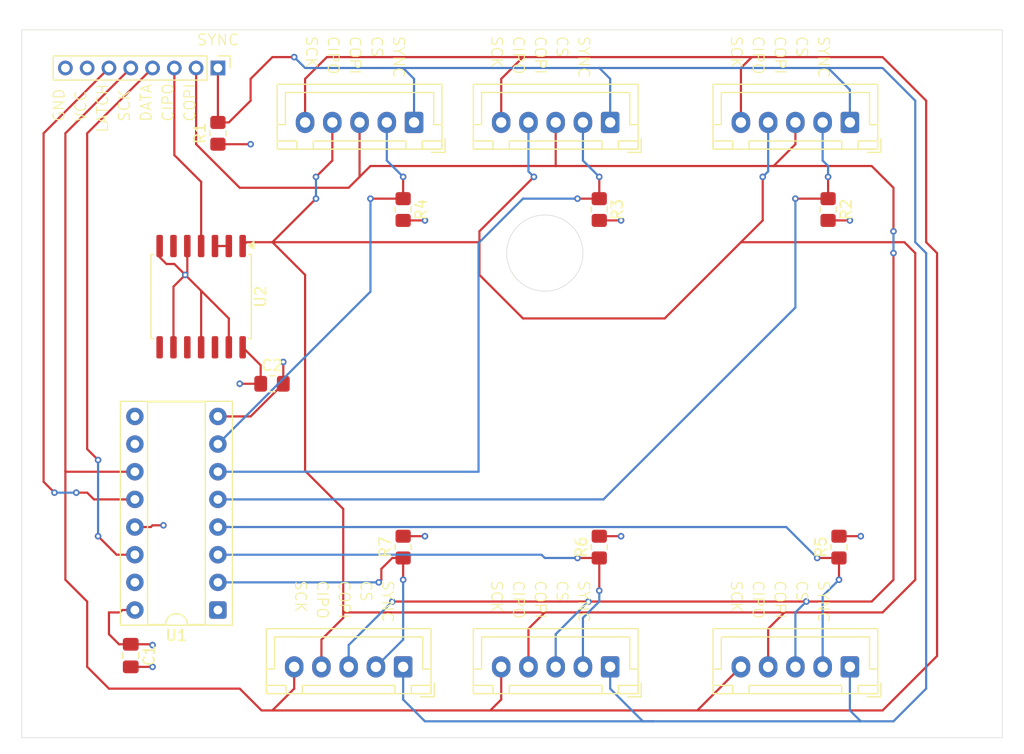
<source format=kicad_pcb>
(kicad_pcb (version 20241229) (generator "pcbnew") (generator_version "9.0")
  (title_block (title "SPI Hub with Shift Register") (date "2025-07-16") (rev "0"))
  (layers (0 "F.Cu" signal) (4 "In1.Cu" signal) (6 "In2.Cu" signal) (2 "B.Cu" signal) (13 "F.Paste" user) (15 "B.Paste" user) (5 "F.SilkS" user "F.Silkscreen") (7 "B.SilkS" user "B.Silkscreen") (1 "F.Mask" user) (3 "B.Mask" user) (25 "Edge.Cuts" user))
  (net 0 "")
  (net 1 "GND")
  (net 2 "+3.3V")
  (net 3 "/copi")
  (net 4 "/cipo")
  (net 5 "/latch")
  (net 6 "/trigger")
  (net 7 "/sck")
  (net 8 "/data")
  (net 9 "/cipo_peripheral")
  (net 14 "Net-(U2-Pad2)")
  (net 16 "cs4")
  (net 17 "cs5")
  (net 18 "cs6")
  (net 19 "cs3")
  (net 20 "cs2")
  (net 21 "cs1")
  (footprint "Connector_JST:JST_XH_B5B-XH-A_1x05_P2.50mm_Vertical" (layer "F.Cu") (at 170 116 180)
    (property "Reference" "J5" (hide yes))
    (property "Value" "Right Front")
    (pad "1" thru_hole roundrect (at 0 0 180) (size 1.7 1.95) (drill 0.95) (layers "*.Cu" "*.Mask") (roundrect_rratio 0.147059) (net 6 "/trigger"))
    (pad "2" thru_hole oval (at 2.5 0 180) (size 1.7 1.95) (drill 0.95) (layers "*.Cu" "*.Mask") (net 19 "cs3"))
    (pad "3" thru_hole oval (at 5 0 180) (size 1.7 1.95) (drill 0.95) (layers "*.Cu" "*.Mask") (net 3 "/copi"))
    (pad "4" thru_hole oval (at 7.5 0 180) (size 1.7 1.95) (drill 0.95) (layers "*.Cu" "*.Mask") (net 9 "/cipo_peripheral"))
    (pad "5" thru_hole oval (at 10 0 180) (size 1.7 1.95) (drill 0.95) (layers "*.Cu" "*.Mask") (net 7 "/sck"))
  )
  (footprint "Connector_JST:JST_XH_B5B-XH-A_1x05_P2.50mm_Vertical" (layer "F.Cu") (at 148 66 180)
    (property "Reference" "J3" (hide yes))
    (property "Value" "Left Center")
    (pad "1" thru_hole roundrect (at 0 0 180) (size 1.7 1.95) (drill 0.95) (layers "*.Cu" "*.Mask") (roundrect_rratio 0.147059) (net 6 "/trigger"))
    (pad "2" thru_hole oval (at 2.5 0 180) (size 1.7 1.95) (drill 0.95) (layers "*.Cu" "*.Mask") (net 17 "cs5"))
    (pad "3" thru_hole oval (at 5 0 180) (size 1.7 1.95) (drill 0.95) (layers "*.Cu" "*.Mask") (net 3 "/copi"))
    (pad "4" thru_hole oval (at 7.5 0 180) (size 1.7 1.95) (drill 0.95) (layers "*.Cu" "*.Mask") (net 9 "/cipo_peripheral"))
    (pad "5" thru_hole oval (at 10 0 180) (size 1.7 1.95) (drill 0.95) (layers "*.Cu" "*.Mask") (net 7 "/sck"))
  )
  (footprint "Connector_JST:JST_XH_B5B-XH-A_1x05_P2.50mm_Vertical" (layer "F.Cu") (at 129 116 180)
    (property "Reference" "J7" (hide yes))
    (property "Value" "Right Rear")
    (pad "1" thru_hole roundrect (at 0 0 180) (size 1.7 1.95) (drill 0.95) (layers "*.Cu" "*.Mask") (roundrect_rratio 0.147059) (net 6 "/trigger"))
    (pad "2" thru_hole oval (at 2.5 0 180) (size 1.7 1.95) (drill 0.95) (layers "*.Cu" "*.Mask") (net 21 "cs1"))
    (pad "3" thru_hole oval (at 5 0 180) (size 1.7 1.95) (drill 0.95) (layers "*.Cu" "*.Mask") (net 3 "/copi"))
    (pad "4" thru_hole oval (at 7.5 0 180) (size 1.7 1.95) (drill 0.95) (layers "*.Cu" "*.Mask") (net 9 "/cipo_peripheral"))
    (pad "5" thru_hole oval (at 10 0 180) (size 1.7 1.95) (drill 0.95) (layers "*.Cu" "*.Mask") (net 7 "/sck"))
  )
  (footprint "Connector_JST:JST_XH_B5B-XH-A_1x05_P2.50mm_Vertical" (layer "F.Cu") (at 170 66 180)
    (property "Reference" "J2" (hide yes))
    (property "Value" "Left Front")
    (pad "1" thru_hole roundrect (at 0 0 180) (size 1.7 1.95) (drill 0.95) (layers "*.Cu" "*.Mask") (roundrect_rratio 0.147059) (net 6 "/trigger"))
    (pad "2" thru_hole oval (at 2.5 0 180) (size 1.7 1.95) (drill 0.95) (layers "*.Cu" "*.Mask") (net 16 "cs4"))
    (pad "3" thru_hole oval (at 5 0 180) (size 1.7 1.95) (drill 0.95) (layers "*.Cu" "*.Mask") (net 3 "/copi"))
    (pad "4" thru_hole oval (at 7.5 0 180) (size 1.7 1.95) (drill 0.95) (layers "*.Cu" "*.Mask") (net 9 "/cipo_peripheral"))
    (pad "5" thru_hole oval (at 10 0 180) (size 1.7 1.95) (drill 0.95) (layers "*.Cu" "*.Mask") (net 7 "/sck"))
  )
  (footprint "Connector_PinHeader_2.00mm:PinHeader_1x08_P2.00mm_Vertical" (layer "F.Cu") (at 112 61 -90)
    (property "Reference" "J1" (hide yes))
    (property "Value" "Conn_01x08_Pin")
    (pad "1" thru_hole rect (at 0 0 270) (size 1.35 1.35) (drill 0.8) (layers "*.Cu" "*.Mask") (net 6 "/trigger"))
    (pad "2" thru_hole circle (at 0 2 270) (size 1.35 1.35) (drill 0.8) (layers "*.Cu" "*.Mask") (net 3 "/copi"))
    (pad "3" thru_hole circle (at 0 4 270) (size 1.35 1.35) (drill 0.8) (layers "*.Cu" "*.Mask") (net 4 "/cipo"))
    (pad "4" thru_hole circle (at 0 6 270) (size 1.35 1.35) (drill 0.8) (layers "*.Cu" "*.Mask") (net 8 "/data"))
    (pad "5" thru_hole circle (at 0 8 270) (size 1.35 1.35) (drill 0.8) (layers "*.Cu" "*.Mask") (net 7 "/sck"))
    (pad "6" thru_hole circle (at 0 10 270) (size 1.35 1.35) (drill 0.8) (layers "*.Cu" "*.Mask") (net 5 "/latch"))
    (pad "7" thru_hole circle (at 0 12 270) (size 1.35 1.35) (drill 0.8) (layers "*.Cu" "*.Mask") (net 2 "+3.3V"))
    (pad "8" thru_hole circle (at 0 14 270) (size 1.35 1.35) (drill 0.8) (layers "*.Cu" "*.Mask") (net 1 "GND"))
  )
  (footprint "Resistor_SMD:R_0805_2012Metric_Pad1.20x1.40mm_HandSolder" (layer "F.Cu") (at 169 105 90)
    (property "Reference" "R5" (at 0 -1.65 90) (layer "F.SilkS"))
    (property "Value" "10k")
    (pad "1" smd roundrect (at -1 0 90) (size 1.2 1.4) (layers "F.Cu" "F.Mask" "F.Paste") (roundrect_rratio 0.208333) (net 19 "cs3"))
    (pad "2" smd roundrect (at 1 0 90) (size 1.2 1.4) (layers "F.Cu" "F.Mask" "F.Paste") (roundrect_rratio 0.208333) (net 2 "+3.3V"))
  )
  (footprint "Resistor_SMD:R_0805_2012Metric_Pad1.20x1.40mm_HandSolder" (layer "F.Cu") (at 147 74 -90)
    (property "Reference" "R3" (at 0 -1.65 90) (layer "F.SilkS"))
    (property "Value" "10k")
    (pad "1" smd roundrect (at -1 0 270) (size 1.2 1.4) (layers "F.Cu" "F.Mask" "F.Paste") (roundrect_rratio 0.208333) (net 17 "cs5"))
    (pad "2" smd roundrect (at 1 0 270) (size 1.2 1.4) (layers "F.Cu" "F.Mask" "F.Paste") (roundrect_rratio 0.208333) (net 2 "+3.3V"))
  )
  (footprint "Resistor_SMD:R_0805_2012Metric_Pad1.20x1.40mm_HandSolder" (layer "F.Cu") (at 129 74 -90)
    (property "Reference" "R4" (at 0 -1.65 90) (layer "F.SilkS"))
    (property "Value" "10k")
    (pad "1" smd roundrect (at -1 0 270) (size 1.2 1.4) (layers "F.Cu" "F.Mask" "F.Paste") (roundrect_rratio 0.208333) (net 18 "cs6"))
    (pad "2" smd roundrect (at 1 0 270) (size 1.2 1.4) (layers "F.Cu" "F.Mask" "F.Paste") (roundrect_rratio 0.208333) (net 2 "+3.3V"))
  )
  (footprint "Capacitor_SMD:C_0805_2012Metric_Pad1.18x1.45mm_HandSolder" (layer "F.Cu") (at 104 114.9625 -90)
    (property "Reference" "C1" (at 0 -1.68 90) (layer "F.SilkS"))
    (property "Value" "0.1 uF")
    (pad "1" smd roundrect (at -1.0375 0 270) (size 1.175 1.45) (layers "F.Cu" "F.Mask" "F.Paste") (roundrect_rratio 0.212766) (net 2 "+3.3V"))
    (pad "2" smd roundrect (at 1.0375 0 270) (size 1.175 1.45) (layers "F.Cu" "F.Mask" "F.Paste") (roundrect_rratio 0.212766) (net 1 "GND"))
  )
  (footprint "Connector_JST:JST_XH_B5B-XH-A_1x05_P2.50mm_Vertical" (layer "F.Cu") (at 130 66 180)
    (property "Reference" "J4" (hide yes))
    (property "Value" "Left Rear")
    (pad "1" thru_hole roundrect (at 0 0 180) (size 1.7 1.95) (drill 0.95) (layers "*.Cu" "*.Mask") (roundrect_rratio 0.147059) (net 6 "/trigger"))
    (pad "2" thru_hole oval (at 2.5 0 180) (size 1.7 1.95) (drill 0.95) (layers "*.Cu" "*.Mask") (net 18 "cs6"))
    (pad "3" thru_hole oval (at 5 0 180) (size 1.7 1.95) (drill 0.95) (layers "*.Cu" "*.Mask") (net 3 "/copi"))
    (pad "4" thru_hole oval (at 7.5 0 180) (size 1.7 1.95) (drill 0.95) (layers "*.Cu" "*.Mask") (net 9 "/cipo_peripheral"))
    (pad "5" thru_hole oval (at 10 0 180) (size 1.7 1.95) (drill 0.95) (layers "*.Cu" "*.Mask") (net 7 "/sck"))
  )
  (footprint "Resistor_SMD:R_0805_2012Metric_Pad1.20x1.40mm_HandSolder" (layer "F.Cu") (at 147 105 90)
    (property "Reference" "R6" (at 0 -1.65 90) (layer "F.SilkS"))
    (property "Value" "10k")
    (pad "1" smd roundrect (at -1 0 90) (size 1.2 1.4) (layers "F.Cu" "F.Mask" "F.Paste") (roundrect_rratio 0.208333) (net 20 "cs2"))
    (pad "2" smd roundrect (at 1 0 90) (size 1.2 1.4) (layers "F.Cu" "F.Mask" "F.Paste") (roundrect_rratio 0.208333) (net 2 "+3.3V"))
  )
  (footprint "Resistor_SMD:R_0805_2012Metric_Pad1.20x1.40mm_HandSolder" (layer "F.Cu") (at 129 105 90)
    (property "Reference" "R7" (at 0 -1.65 90) (layer "F.SilkS"))
    (property "Value" "10k")
    (pad "1" smd roundrect (at -1 0 90) (size 1.2 1.4) (layers "F.Cu" "F.Mask" "F.Paste") (roundrect_rratio 0.208333) (net 21 "cs1"))
    (pad "2" smd roundrect (at 1 0 90) (size 1.2 1.4) (layers "F.Cu" "F.Mask" "F.Paste") (roundrect_rratio 0.208333) (net 2 "+3.3V"))
  )
  (footprint "Package_DIP:DIP-16_W7.62mm_Socket" (layer "F.Cu") (at 112 110.78 180)
    (property "Reference" "U1" (at 3.81 -2.33 0) (layer "F.SilkS"))
    (property "Value" "74AHC595")
    (pad "1" thru_hole roundrect (at 0 0 180) (size 1.6 1.6) (drill 0.8) (layers "*.Cu" "*.Mask") (roundrect_rratio 0.15625))
    (pad "2" thru_hole circle (at 0 2.54 180) (size 1.6 1.6) (drill 0.8) (layers "*.Cu" "*.Mask") (net 21 "cs1"))
    (pad "3" thru_hole circle (at 0 5.08 180) (size 1.6 1.6) (drill 0.8) (layers "*.Cu" "*.Mask") (net 20 "cs2"))
    (pad "4" thru_hole circle (at 0 7.62 180) (size 1.6 1.6) (drill 0.8) (layers "*.Cu" "*.Mask") (net 19 "cs3"))
    (pad "5" thru_hole circle (at 0 10.16 180) (size 1.6 1.6) (drill 0.8) (layers "*.Cu" "*.Mask") (net 16 "cs4"))
    (pad "6" thru_hole circle (at 0 12.7 180) (size 1.6 1.6) (drill 0.8) (layers "*.Cu" "*.Mask") (net 17 "cs5"))
    (pad "7" thru_hole circle (at 0 15.24 180) (size 1.6 1.6) (drill 0.8) (layers "*.Cu" "*.Mask") (net 18 "cs6"))
    (pad "8" thru_hole circle (at 0 17.78 180) (size 1.6 1.6) (drill 0.8) (layers "*.Cu" "*.Mask") (net 1 "GND"))
    (pad "9" thru_hole circle (at 7.62 17.78 180) (size 1.6 1.6) (drill 0.8) (layers "*.Cu" "*.Mask"))
    (pad "10" thru_hole circle (at 7.62 15.24 180) (size 1.6 1.6) (drill 0.8) (layers "*.Cu" "*.Mask") (net 2 "+3.3V"))
    (pad "11" thru_hole circle (at 7.62 12.7 180) (size 1.6 1.6) (drill 0.8) (layers "*.Cu" "*.Mask") (net 7 "/sck"))
    (pad "12" thru_hole circle (at 7.62 10.16 180) (size 1.6 1.6) (drill 0.8) (layers "*.Cu" "*.Mask") (net 5 "/latch"))
    (pad "13" thru_hole circle (at 7.62 7.62 180) (size 1.6 1.6) (drill 0.8) (layers "*.Cu" "*.Mask") (net 1 "GND"))
    (pad "14" thru_hole circle (at 7.62 5.08 180) (size 1.6 1.6) (drill 0.8) (layers "*.Cu" "*.Mask") (net 8 "/data"))
    (pad "15" thru_hole circle (at 7.62 2.54 180) (size 1.6 1.6) (drill 0.8) (layers "*.Cu" "*.Mask"))
    (pad "16" thru_hole circle (at 7.62 0 180) (size 1.6 1.6) (drill 0.8) (layers "*.Cu" "*.Mask") (net 2 "+3.3V"))
  )
  (footprint "Resistor_SMD:R_0805_2012Metric_Pad1.20x1.40mm_HandSolder" (layer "F.Cu") (at 168 74 -90)
    (property "Reference" "R2" (at 0 -1.65 90) (layer "F.SilkS"))
    (property "Value" "10k")
    (pad "1" smd roundrect (at -1 0 270) (size 1.2 1.4) (layers "F.Cu" "F.Mask" "F.Paste") (roundrect_rratio 0.208333) (net 16 "cs4"))
    (pad "2" smd roundrect (at 1 0 270) (size 1.2 1.4) (layers "F.Cu" "F.Mask" "F.Paste") (roundrect_rratio 0.208333) (net 2 "+3.3V"))
  )
  (footprint "Package_SO:SOIC-14W_7.5x9mm_P1.27mm" (layer "F.Cu") (at 110.46 82 -90)
    (property "Reference" "U2" (at 0 -5.45 90) (layer "F.SilkS"))
    (property "Value" "74HC14")
    (pad "1" smd roundrect (at -4.65 -3.81 270) (size 2.05 0.6) (layers "F.Cu" "F.Mask" "F.Paste") (net 9 "/cipo_peripheral"))
    (pad "2" smd roundrect (at -4.65 -2.54 270) (size 2.05 0.6) (layers "F.Cu" "F.Mask" "F.Paste") (net 14 "Net-(U2-Pad2)"))
    (pad "3" smd roundrect (at -4.65 -1.27 270) (size 2.05 0.6) (layers "F.Cu" "F.Mask" "F.Paste") (net 14 "Net-(U2-Pad2)"))
    (pad "4" smd roundrect (at -4.65 0 270) (size 2.05 0.6) (layers "F.Cu" "F.Mask" "F.Paste") (net 4 "/cipo"))
    (pad "5" smd roundrect (at -4.65 1.27 270) (size 2.05 0.6) (layers "F.Cu" "F.Mask" "F.Paste") (net 1 "GND"))
    (pad "6" smd roundrect (at -4.65 2.54 270) (size 2.05 0.6) (layers "F.Cu" "F.Mask" "F.Paste"))
    (pad "7" smd roundrect (at -4.65 3.81 270) (size 2.05 0.6) (layers "F.Cu" "F.Mask" "F.Paste") (net 1 "GND"))
    (pad "8" smd roundrect (at 4.65 3.81 270) (size 2.05 0.6) (layers "F.Cu" "F.Mask" "F.Paste"))
    (pad "9" smd roundrect (at 4.65 2.54 270) (size 2.05 0.6) (layers "F.Cu" "F.Mask" "F.Paste") (net 1 "GND"))
    (pad "10" smd roundrect (at 4.65 1.27 270) (size 2.05 0.6) (layers "F.Cu" "F.Mask" "F.Paste"))
    (pad "11" smd roundrect (at 4.65 0 270) (size 2.05 0.6) (layers "F.Cu" "F.Mask" "F.Paste") (net 1 "GND"))
    (pad "12" smd roundrect (at 4.65 -1.27 270) (size 2.05 0.6) (layers "F.Cu" "F.Mask" "F.Paste"))
    (pad "13" smd roundrect (at 4.65 -2.54 270) (size 2.05 0.6) (layers "F.Cu" "F.Mask" "F.Paste") (net 1 "GND"))
    (pad "14" smd roundrect (at 4.65 -3.81 270) (size 2.05 0.6) (layers "F.Cu" "F.Mask" "F.Paste") (net 2 "+3.3V"))
  )
  (footprint "Connector_JST:JST_XH_B5B-XH-A_1x05_P2.50mm_Vertical" (layer "F.Cu") (at 148 116 180)
    (property "Reference" "J6" (hide yes))
    (property "Value" "Right Center")
    (pad "1" thru_hole roundrect (at 0 0 180) (size 1.7 1.95) (drill 0.95) (layers "*.Cu" "*.Mask") (roundrect_rratio 0.147059) (net 6 "/trigger"))
    (pad "2" thru_hole oval (at 2.5 0 180) (size 1.7 1.95) (drill 0.95) (layers "*.Cu" "*.Mask") (net 20 "cs2"))
    (pad "3" thru_hole oval (at 5 0 180) (size 1.7 1.95) (drill 0.95) (layers "*.Cu" "*.Mask") (net 3 "/copi"))
    (pad "4" thru_hole oval (at 7.5 0 180) (size 1.7 1.95) (drill 0.95) (layers "*.Cu" "*.Mask") (net 9 "/cipo_peripheral"))
    (pad "5" thru_hole oval (at 10 0 180) (size 1.7 1.95) (drill 0.95) (layers "*.Cu" "*.Mask") (net 7 "/sck"))
  )
  (footprint "Capacitor_SMD:C_0805_2012Metric_Pad1.18x1.45mm_HandSolder" (layer "F.Cu") (at 116.9625 90)
    (property "Reference" "C2" (at 0 -1.68 0) (layer "F.SilkS"))
    (property "Value" "0.1 uF")
    (pad "1" smd roundrect (at -1.0375 0) (size 1.175 1.45) (layers "F.Cu" "F.Mask" "F.Paste") (roundrect_rratio 0.212766) (net 2 "+3.3V"))
    (pad "2" smd roundrect (at 1.0375 0) (size 1.175 1.45) (layers "F.Cu" "F.Mask" "F.Paste") (roundrect_rratio 0.212766) (net 1 "GND"))
  )
  (footprint "Resistor_SMD:R_0805_2012Metric_Pad1.20x1.40mm_HandSolder" (layer "F.Cu") (at 112 67 90)
    (property "Reference" "R1" (at 0 -1.65 90) (layer "F.SilkS"))
    (property "Value" "10k")
    (pad "1" smd roundrect (at -1 0 90) (size 1.2 1.4) (layers "F.Cu" "F.Mask" "F.Paste") (roundrect_rratio 0.208333) (net 2 "+3.3V"))
    (pad "2" smd roundrect (at 1 0 90) (size 1.2 1.4) (layers "F.Cu" "F.Mask" "F.Paste") (roundrect_rratio 0.208333) (net 6 "/trigger"))
  )
  (gr_circle (center 142 78) (end 145.5 78) (stroke (width 0.05)) (fill no) (layer "Edge.Cuts"))
  (gr_rect (start 94 57.5) (end 184 122.5) (stroke (width 0.05)) (fill no) (layer "Edge.Cuts"))
  (gr_text "COPI" (at 124 58 270) (layer "F.SilkS") (effects (font (size 1 1) (thickness 0.1)) (justify left bottom)))
  (gr_text "SCK" (at 137 58 270) (layer "F.SilkS") (effects (font (size 1 1) (thickness 0.1)) (justify left bottom)))
  (gr_text "SYNC" (at 128 58 270) (layer "F.SilkS") (effects (font (size 1 1) (thickness 0.1)) (justify left bottom)))
  (gr_text "COPI" (at 123 108 270) (layer "F.SilkS") (effects (font (size 1 1) (thickness 0.1)) (justify left bottom)))
  (gr_text "CIPO" (at 161 108 270) (layer "F.SilkS") (effects (font (size 1 1) (thickness 0.1)) (justify left bottom)))
  (gr_text "CIPO" (at 121 108 270) (layer "F.SilkS") (effects (font (size 1 1) (thickness 0.1)) (justify left bottom)))
  (gr_text "SYNC" (at 145 58 270) (layer "F.SilkS") (effects (font (size 1 1) (thickness 0.1)) (justify left bottom)))
  (gr_text "DATA" (at 106 66 90) (layer "F.SilkS") (effects (font (size 1 1) (thickness 0.1)) (justify left bottom)))
  (gr_text "SCK" (at 119 108 270) (layer "F.SilkS") (effects (font (size 1 1) (thickness 0.1)) (justify left bottom)))
  (gr_text "CS" (at 165 108 270) (layer "F.SilkS") (effects (font (size 1 1) (thickness 0.1)) (justify left bottom)))
  (gr_text "SYNC" (at 167 108 270) (layer "F.SilkS") (effects (font (size 1 1) (thickness 0.1)) (justify left bottom)))
  (gr_text "VCC" (at 100 66 90) (layer "F.SilkS") (effects (font (size 1 1) (thickness 0.1)) (justify left bottom)))
  (gr_text "CIPO" (at 139 108 270) (layer "F.SilkS") (effects (font (size 1 1) (thickness 0.1)) (justify left bottom)))
  (gr_text "COPI" (at 141 58 270) (layer "F.SilkS") (effects (font (size 1 1) (thickness 0.1)) (justify left bottom)))
  (gr_text "CS" (at 125 108 270) (layer "F.SilkS") (effects (font (size 1 1) (thickness 0.1)) (justify left bottom)))
  (gr_text "LATCH" (at 102 67 90) (layer "F.SilkS") (effects (font (size 1 1) (thickness 0.1)) (justify left bottom)))
  (gr_text "SCK" (at 104 66 90) (layer "F.SilkS") (effects (font (size 1 1) (thickness 0.1)) (justify left bottom)))
  (gr_text "SCK" (at 159 108 270) (layer "F.SilkS") (effects (font (size 1 1) (thickness 0.1)) (justify left bottom)))
  (gr_text "CIPO" (at 108 66 90) (layer "F.SilkS") (effects (font (size 1 1) (thickness 0.1)) (justify left bottom)))
  (gr_text "CS" (at 143 58 270) (layer "F.SilkS") (effects (font (size 1 1) (thickness 0.1)) (justify left bottom)))
  (gr_text "CIPO" (at 122 58 270) (layer "F.SilkS") (effects (font (size 1 1) (thickness 0.1)) (justify left bottom)))
  (gr_text "SYNC" (at 167 58 270) (layer "F.SilkS") (effects (font (size 1 1) (thickness 0.1)) (justify left bottom)))
  (gr_text "SCK" (at 120 58 270) (layer "F.SilkS") (effects (font (size 1 1) (thickness 0.1)) (justify left bottom)))
  (gr_text "COPI" (at 141 108 270) (layer "F.SilkS") (effects (font (size 1 1) (thickness 0.1)) (justify left bottom)))
  (gr_text "CS" (at 143 108 270) (layer "F.SilkS") (effects (font (size 1 1) (thickness 0.1)) (justify left bottom)))
  (gr_text "CIPO" (at 139 58 270) (layer "F.SilkS") (effects (font (size 1 1) (thickness 0.1)) (justify left bottom)))
  (gr_text "SYNC" (at 127 108 270) (layer "F.SilkS") (effects (font (size 1 1) (thickness 0.1)) (justify left bottom)))
  (gr_text "COPI" (at 110 66 90) (layer "F.SilkS") (effects (font (size 1 1) (thickness 0.1)) (justify left bottom)))
  (gr_text "SYNC" (at 110 59 0) (layer "F.SilkS") (effects (font (size 1 1) (thickness 0.1)) (justify left bottom)))
  (gr_text "SCK" (at 137 108 270) (layer "F.SilkS") (effects (font (size 1 1) (thickness 0.1)) (justify left bottom)))
  (gr_text "CS" (at 126 58 270) (layer "F.SilkS") (effects (font (size 1 1) (thickness 0.1)) (justify left bottom)))
  (gr_text "SYNC" (at 145 108 270) (layer "F.SilkS") (effects (font (size 1 1) (thickness 0.1)) (justify left bottom)))
  (gr_text "CS" (at 165 58 270) (layer "F.SilkS") (effects (font (size 1 1) (thickness 0.1)) (justify left bottom)))
  (gr_text "CIPO" (at 161 58 270) (layer "F.SilkS") (effects (font (size 1 1) (thickness 0.1)) (justify left bottom)))
  (gr_text "SCK" (at 159 58 270) (layer "F.SilkS") (effects (font (size 1 1) (thickness 0.1)) (justify left bottom)))
  (gr_text "COPI" (at 163 58 270) (layer "F.SilkS") (effects (font (size 1 1) (thickness 0.1)) (justify left bottom)))
  (gr_text "COPI" (at 163 108 270) (layer "F.SilkS") (effects (font (size 1 1) (thickness 0.1)) (justify left bottom)))
  (gr_text "GND" (at 98 66 90) (layer "F.SilkS") (effects (font (size 1 1) (thickness 0.1)) (justify left bottom)))
  (segment (start 109 80) (end 109.19 79.81) (width 0.2) (layer "F.Cu") (net 1))
  (segment (start 106 103) (end 105.84 103.16) (width 0.2) (layer "F.Cu") (net 1))
  (segment (start 106.65 78.374999) (end 106.65 77.35) (width 0.2) (layer "F.Cu") (net 1))
  (segment (start 118 90) (end 115 93) (width 0.2) (layer "F.Cu") (net 1))
  (segment (start 107.92 81.08) (end 107.92 86.65) (width 0.2) (layer "F.Cu") (net 1))
  (segment (start 113 84) (end 110.46 81.46) (width 0.2) (layer "F.Cu") (net 1))
  (segment (start 109 80) (end 108 79) (width 0.2) (layer "F.Cu") (net 1))
  (segment (start 118 88) (end 118 90) (width 0.2) (layer "F.Cu") (net 1))
  (segment (start 109 80) (end 110.46 81.46) (width 0.2) (layer "F.Cu") (net 1))
  (segment (start 115 93) (end 112 93) (width 0.2) (layer "F.Cu") (net 1))
  (segment (start 106 116) (end 104 116) (width 0.2) (layer "F.Cu") (net 1))
  (segment (start 113 86.65) (end 113 84) (width 0.2) (layer "F.Cu") (net 1))
  (segment (start 109.19 79.81) (end 109.19 77.35) (width 0.2) (layer "F.Cu") (net 1))
  (segment (start 105.84 103.16) (end 104.38 103.16) (width 0.2) (layer "F.Cu") (net 1))
  (segment (start 107 103) (end 106 103) (width 0.2) (layer "F.Cu") (net 1))
  (segment (start 110.46 81.46) (end 110.46 86.65) (width 0.2) (layer "F.Cu") (net 1))
  (segment (start 108 79) (end 107.275001 79) (width 0.2) (layer "F.Cu") (net 1))
  (segment (start 109 80) (end 107.92 81.08) (width 0.2) (layer "F.Cu") (net 1))
  (segment (start 107.275001 79) (end 106.65 78.374999) (width 0.2) (layer "F.Cu") (net 1))
  (via (at 107 103) (size 0.6) (drill 0.3) (layers "F.Cu" "B.Cu") (net 1))
  (via (at 118 88) (size 0.6) (drill 0.3) (layers "F.Cu" "B.Cu") (net 1))
  (via (at 106 116) (size 0.6) (drill 0.3) (layers "F.Cu" "B.Cu") (net 1))
  (via (at 109 80) (size 0.6) (drill 0.3) (layers "F.Cu" "B.Cu") (net 1))
  (segment (start 147 75) (end 149 75) (width 0.2) (layer "F.Cu") (net 2))
  (segment (start 103.22 110.78) (end 104.38 110.78) (width 0.2) (layer "F.Cu") (net 2))
  (segment (start 115.925 88.305) (end 114.27 86.65) (width 0.2) (layer "F.Cu") (net 2))
  (segment (start 169 104) (end 171 104) (width 0.2) (layer "F.Cu") (net 2))
  (segment (start 147 104) (end 149 104) (width 0.2) (layer "F.Cu") (net 2))
  (segment (start 106 114) (end 105.925 113.925) (width 0.2) (layer "F.Cu") (net 2))
  (segment (start 102 111) (end 103 111) (width 0.2) (layer "F.Cu") (net 2))
  (segment (start 104 113.925) (end 102.925 113.925) (width 0.2) (layer "F.Cu") (net 2))
  (segment (start 129 75) (end 131 75) (width 0.2) (layer "F.Cu") (net 2))
  (segment (start 102.925 113.925) (end 102 113) (width 0.2) (layer "F.Cu") (net 2))
  (segment (start 114 90) (end 115.925 90) (width 0.2) (layer "F.Cu") (net 2))
  (segment (start 112 68) (end 115 68) (width 0.2) (layer "F.Cu") (net 2))
  (segment (start 115.925 90) (end 115.925 88.305) (width 0.2) (layer "F.Cu") (net 2))
  (segment (start 168 75) (end 170 75) (width 0.2) (layer "F.Cu") (net 2))
  (segment (start 103 111) (end 103.22 110.78) (width 0.2) (layer "F.Cu") (net 2))
  (segment (start 102 113) (end 102 111) (width 0.2) (layer "F.Cu") (net 2))
  (segment (start 129 104) (end 131 104) (width 0.2) (layer "F.Cu") (net 2))
  (segment (start 105.925 113.925) (end 104 113.925) (width 0.2) (layer "F.Cu") (net 2))
  (via (at 106 114) (size 0.6) (drill 0.3) (layers "F.Cu" "B.Cu") (net 2))
  (via (at 131 75) (size 0.6) (drill 0.3) (layers "F.Cu" "B.Cu") (net 2))
  (via (at 114 90) (size 0.6) (drill 0.3) (layers "F.Cu" "B.Cu") (net 2))
  (via (at 115 68) (size 0.6) (drill 0.3) (layers "F.Cu" "B.Cu") (net 2))
  (via (at 149 104) (size 0.6) (drill 0.3) (layers "F.Cu" "B.Cu") (net 2))
  (via (at 131 104) (size 0.6) (drill 0.3) (layers "F.Cu" "B.Cu") (net 2))
  (via (at 171 104) (size 0.6) (drill 0.3) (layers "F.Cu" "B.Cu") (net 2))
  (via (at 170 75) (size 0.6) (drill 0.3) (layers "F.Cu" "B.Cu") (net 2))
  (via (at 149 75) (size 0.6) (drill 0.3) (layers "F.Cu" "B.Cu") (net 2))
  (segment (start 163 70) (end 172 70) (width 0.2) (layer "F.Cu") (net 3))
  (segment (start 143 70) (end 163 70) (width 0.2) (layer "F.Cu") (net 3))
  (segment (start 146 110) (end 128 110) (width 0.2) (layer "F.Cu") (net 3))
  (segment (start 174 108) (end 172 110) (width 0.2) (layer "F.Cu") (net 3))
  (segment (start 143 70) (end 143 66) (width 0.2) (layer "F.Cu") (net 3))
  (segment (start 126 70) (end 143 70) (width 0.2) (layer "F.Cu") (net 3))
  (segment (start 114 72) (end 124 72) (width 0.2) (layer "F.Cu") (net 3))
  (segment (start 163 70) (end 165 68) (width 0.2) (layer "F.Cu") (net 3))
  (segment (start 166 110) (end 146 110) (width 0.2) (layer "F.Cu") (net 3))
  (segment (start 174 72) (end 174 76) (width 0.2) (layer "F.Cu") (net 3))
  (segment (start 125 66) (end 125 71) (width 0.2) (layer "F.Cu") (net 3))
  (segment (start 172 70) (end 174 72) (width 0.2) (layer "F.Cu") (net 3))
  (segment (start 172 110) (end 166 110) (width 0.2) (layer "F.Cu") (net 3))
  (segment (start 124 72) (end 125 71) (width 0.2) (layer "F.Cu") (net 3))
  (segment (start 110 61) (end 110 68) (width 0.2) (layer "F.Cu") (net 3))
  (segment (start 174 78) (end 174 108) (width 0.2) (layer "F.Cu") (net 3))
  (segment (start 110 68) (end 114 72) (width 0.2) (layer "F.Cu") (net 3))
  (segment (start 125 71) (end 126 70) (width 0.2) (layer "F.Cu") (net 3))
  (segment (start 165 68) (end 165 66) (width 0.2) (layer "F.Cu") (net 3))
  (via (at 128 110) (size 0.6) (drill 0.3) (layers "F.Cu" "B.Cu") (net 3))
  (via (at 174 78) (size 0.6) (drill 0.3) (layers "F.Cu" "B.Cu") (net 3))
  (via (at 166 110) (size 0.6) (drill 0.3) (layers "F.Cu" "B.Cu") (net 3))
  (via (at 146 110) (size 0.6) (drill 0.3) (layers "F.Cu" "B.Cu") (net 3))
  (via (at 174 76) (size 0.6) (drill 0.3) (layers "F.Cu" "B.Cu") (net 3))
  (segment (start 166 110) (end 165 111) (width 0.2) (layer "B.Cu") (net 3))
  (segment (start 128 110) (end 124 114) (width 0.2) (layer "B.Cu") (net 3))
  (segment (start 165 111) (end 165 116) (width 0.2) (layer "B.Cu") (net 3))
  (segment (start 124 114) (end 124 116) (width 0.2) (layer "B.Cu") (net 3))
  (segment (start 146 110) (end 143 113) (width 0.2) (layer "B.Cu") (net 3))
  (segment (start 174 76) (end 174 78) (width 0.2) (layer "B.Cu") (net 3))
  (segment (start 143 113) (end 143 116) (width 0.2) (layer "B.Cu") (net 3))
  (segment (start 110.46 71.46) (end 110.46 77.35) (width 0.2) (layer "F.Cu") (net 4))
  (segment (start 108 61) (end 108 69) (width 0.2) (layer "F.Cu") (net 4))
  (segment (start 108 69) (end 110.46 71.46) (width 0.2) (layer "F.Cu") (net 4))
  (segment (start 100 100) (end 100.62 100.62) (width 0.2) (layer "F.Cu") (net 5))
  (segment (start 96 99) (end 97 100) (width 0.2) (layer "F.Cu") (net 5))
  (segment (start 99 100) (end 100 100) (width 0.2) (layer "F.Cu") (net 5))
  (segment (start 100.62 100.62) (end 104.38 100.62) (width 0.2) (layer "F.Cu") (net 5))
  (segment (start 102 61) (end 96 67) (width 0.2) (layer "F.Cu") (net 5))
  (segment (start 96 67) (end 96 99) (width 0.2) (layer "F.Cu") (net 5))
  (via (at 97 100) (size 0.6) (drill 0.3) (layers "F.Cu" "B.Cu") (net 5))
  (via (at 99 100) (size 0.6) (drill 0.3) (layers "F.Cu" "B.Cu") (net 5))
  (segment (start 97 100) (end 99 100) (width 0.2) (layer "B.Cu") (net 5))
  (segment (start 115 64) (end 115 62) (width 0.2) (layer "F.Cu") (net 6))
  (segment (start 115 62) (end 117 60) (width 0.2) (layer "F.Cu") (net 6))
  (segment (start 117 60) (end 119 60) (width 0.2) (layer "F.Cu") (net 6))
  (segment (start 112 66) (end 113 66) (width 0.2) (layer "F.Cu") (net 6))
  (segment (start 112 66) (end 112 61) (width 0.2) (layer "F.Cu") (net 6))
  (segment (start 113 66) (end 115 64) (width 0.2) (layer "F.Cu") (net 6))
  (via (at 119 60) (size 0.6) (drill 0.3) (layers "F.Cu" "B.Cu") (net 6))
  (segment (start 130 62) (end 129 61) (width 0.2) (layer "B.Cu") (net 6))
  (segment (start 148 118) (end 148 116) (width 0.2) (layer "B.Cu") (net 6))
  (segment (start 177 78) (end 177 118) (width 0.2) (layer "B.Cu") (net 6))
  (segment (start 152 121) (end 131 121) (width 0.2) (layer "B.Cu") (net 6))
  (segment (start 168 61) (end 173 61) (width 0.2) (layer "B.Cu") (net 6))
  (segment (start 176 64) (end 176 77) (width 0.2) (layer "B.Cu") (net 6))
  (segment (start 170 63) (end 170 66) (width 0.2) (layer "B.Cu") (net 6))
  (segment (start 174 121) (end 171 121) (width 0.2) (layer "B.Cu") (net 6))
  (segment (start 131 121) (end 129 119) (width 0.2) (layer "B.Cu") (net 6))
  (segment (start 173 61) (end 176 64) (width 0.2) (layer "B.Cu") (net 6))
  (segment (start 130 66) (end 130 62) (width 0.2) (layer "B.Cu") (net 6))
  (segment (start 119 60) (end 120 61) (width 0.2) (layer "B.Cu") (net 6))
  (segment (start 152 121) (end 151 121) (width 0.2) (layer "B.Cu") (net 6))
  (segment (start 152 121) (end 171 121) (width 0.2) (layer "B.Cu") (net 6))
  (segment (start 147 61) (end 168 61) (width 0.2) (layer "B.Cu") (net 6))
  (segment (start 151 121) (end 148 118) (width 0.2) (layer "B.Cu") (net 6))
  (segment (start 171 121) (end 170 120) (width 0.2) (layer "B.Cu") (net 6))
  (segment (start 176 77) (end 177 78) (width 0.2) (layer "B.Cu") (net 6))
  (segment (start 148 62) (end 147 61) (width 0.2) (layer "B.Cu") (net 6))
  (segment (start 129 119) (end 129 116) (width 0.2) (layer "B.Cu") (net 6))
  (segment (start 177 118) (end 174 121) (width 0.2) (layer "B.Cu") (net 6))
  (segment (start 170 120) (end 170 116) (width 0.2) (layer "B.Cu") (net 6))
  (segment (start 148 66) (end 148 62) (width 0.2) (layer "B.Cu") (net 6))
  (segment (start 129 61) (end 147 61) (width 0.2) (layer "B.Cu") (net 6))
  (segment (start 168 61) (end 170 63) (width 0.2) (layer "B.Cu") (net 6))
  (segment (start 120 61) (end 129 61) (width 0.2) (layer "B.Cu") (net 6))
  (segment (start 140 60) (end 122 60) (width 0.2) (layer "F.Cu") (net 7))
  (segment (start 178 78) (end 178 115) (width 0.2) (layer "F.Cu") (net 7))
  (segment (start 117 120) (end 119 118) (width 0.2) (layer "F.Cu") (net 7))
  (segment (start 138 116) (end 138 119) (width 0.2) (layer "F.Cu") (net 7))
  (segment (start 117 120) (end 137 120) (width 0.2) (layer "F.Cu") (net 7))
  (segment (start 98 67) (end 98 98) (width 0.2) (layer "F.Cu") (net 7))
  (segment (start 178 115) (end 173 120) (width 0.2) (layer "F.Cu") (net 7))
  (segment (start 116 120) (end 117 120) (width 0.2) (layer "F.Cu") (net 7))
  (segment (start 137 120) (end 156 120) (width 0.2) (layer "F.Cu") (net 7))
  (segment (start 138 119) (end 137 120) (width 0.2) (layer "F.Cu") (net 7))
  (segment (start 138 62) (end 138 66) (width 0.2) (layer "F.Cu") (net 7))
  (segment (start 177 77) (end 178 78) (width 0.2) (layer "F.Cu") (net 7))
  (segment (start 160 61) (end 161 60) (width 0.2) (layer "F.Cu") (net 7))
  (segment (start 98 98) (end 98 108) (width 0.2) (layer "F.Cu") (net 7))
  (segment (start 119 118) (end 119 116) (width 0.2) (layer "F.Cu") (net 7))
  (segment (start 140 60) (end 161 60) (width 0.2) (layer "F.Cu") (net 7))
  (segment (start 161 60) (end 173 60) (width 0.2) (layer "F.Cu") (net 7))
  (segment (start 122 60) (end 120 62) (width 0.2) (layer "F.Cu") (net 7))
  (segment (start 114 118) (end 116 120) (width 0.2) (layer "F.Cu") (net 7))
  (segment (start 104 61) (end 98 67) (width 0.2) (layer "F.Cu") (net 7))
  (segment (start 98.08 98.08) (end 104.38 98.08) (width 0.2) (layer "F.Cu") (net 7))
  (segment (start 98 98) (end 98.08 98.08) (width 0.2) (layer "F.Cu") (net 7))
  (segment (start 173 60) (end 177 64) (width 0.2) (layer "F.Cu") (net 7))
  (segment (start 140 60) (end 138 62) (width 0.2) (layer "F.Cu") (net 7))
  (segment (start 102 118) (end 114 118) (width 0.2) (layer "F.Cu") (net 7))
  (segment (start 100 110) (end 100 116) (width 0.2) (layer "F.Cu") (net 7))
  (segment (start 120 62) (end 120 66) (width 0.2) (layer "F.Cu") (net 7))
  (segment (start 156 120) (end 160 116) (width 0.2) (layer "F.Cu") (net 7))
  (segment (start 100 116) (end 102 118) (width 0.2) (layer "F.Cu") (net 7))
  (segment (start 160 66) (end 160 61) (width 0.2) (layer "F.Cu") (net 7))
  (segment (start 173 120) (end 156 120) (width 0.2) (layer "F.Cu") (net 7))
  (segment (start 98 108) (end 100 110) (width 0.2) (layer "F.Cu") (net 7))
  (segment (start 177 64) (end 177 77) (width 0.2) (layer "F.Cu") (net 7))
  (segment (start 100 67) (end 106 61) (width 0.2) (layer "F.Cu") (net 8))
  (segment (start 102.7 105.7) (end 104.38 105.7) (width 0.2) (layer "F.Cu") (net 8))
  (segment (start 100 67) (end 100 96) (width 0.2) (layer "F.Cu") (net 8))
  (segment (start 101 104) (end 102.7 105.7) (width 0.2) (layer "F.Cu") (net 8))
  (segment (start 100 96) (end 101 97) (width 0.2) (layer "F.Cu") (net 8))
  (via (at 101 97) (size 0.6) (drill 0.3) (layers "F.Cu" "B.Cu") (net 8))
  (via (at 101 104) (size 0.6) (drill 0.3) (layers "F.Cu" "B.Cu") (net 8))
  (segment (start 101 97) (end 101 104) (width 0.2) (layer "B.Cu") (net 8))
  (segment (start 136 80) (end 140 84) (width 0.2) (layer "F.Cu") (net 9))
  (segment (start 114.62 77) (end 117 77) (width 0.2) (layer "F.Cu") (net 9))
  (segment (start 136 77) (end 117 77) (width 0.2) (layer "F.Cu") (net 9))
  (segment (start 160 77) (end 162 75) (width 0.2) (layer "F.Cu") (net 9))
  (segment (start 141 71) (end 136 76) (width 0.2) (layer "F.Cu") (net 9))
  (segment (start 140 84) (end 153 84) (width 0.2) (layer "F.Cu") (net 9))
  (segment (start 123.5 101.5) (end 123.5 111) (width 0.2) (layer "F.Cu") (net 9))
  (segment (start 117 77) (end 121 73) (width 0.2) (layer "F.Cu") (net 9))
  (segment (start 142 111) (end 164 111) (width 0.2) (layer "F.Cu") (net 9))
  (segment (start 114.62 77) (end 114.27 77.35) (width 0.2) (layer "F.Cu") (net 9))
  (segment (start 136 76) (end 136 77) (width 0.2) (layer "F.Cu") (net 9))
  (segment (start 140.5 116) (end 140.5 112.5) (width 0.2) (layer "F.Cu") (net 9))
  (segment (start 153 84) (end 160 77) (width 0.2) (layer "F.Cu") (net 9))
  (segment (start 176 78) (end 176 108) (width 0.2) (layer "F.Cu") (net 9))
  (segment (start 162 75) (end 162 71) (width 0.2) (layer "F.Cu") (net 9))
  (segment (start 122.5 69.5) (end 122.5 66) (width 0.2) (layer "F.Cu") (net 9))
  (segment (start 123.5 111) (end 123.5 111.5) (width 0.2) (layer "F.Cu") (net 9))
  (segment (start 173 111) (end 164 111) (width 0.2) (layer "F.Cu") (net 9))
  (segment (start 164 111) (end 162.5 112.5) (width 0.2) (layer "F.Cu") (net 9))
  (segment (start 142 111) (end 123.5 111) (width 0.2) (layer "F.Cu") (net 9))
  (segment (start 140.5 112.5) (end 142 111) (width 0.2) (layer "F.Cu") (net 9))
  (segment (start 120 98) (end 120 80) (width 0.2) (layer "F.Cu") (net 9))
  (segment (start 123.5 111.5) (end 121.5 113.5) (width 0.2) (layer "F.Cu") (net 9))
  (segment (start 160 77) (end 175 77) (width 0.2) (layer "F.Cu") (net 9))
  (segment (start 120 80) (end 117 77) (width 0.2) (layer "F.Cu") (net 9))
  (segment (start 121 71) (end 122.5 69.5) (width 0.2) (layer "F.Cu") (net 9))
  (segment (start 136 77) (end 136 80) (width 0.2) (layer "F.Cu") (net 9))
  (segment (start 176 108) (end 173 111) (width 0.2) (layer "F.Cu") (net 9))
  (segment (start 120 98) (end 123.5 101.5) (width 0.2) (layer "F.Cu") (net 9))
  (segment (start 162.5 112.5) (end 162.5 116) (width 0.2) (layer "F.Cu") (net 9))
  (segment (start 175 77) (end 176 78) (width 0.2) (layer "F.Cu") (net 9))
  (segment (start 121.5 113.5) (end 121.5 116) (width 0.2) (layer "F.Cu") (net 9))
  (via (at 141 71) (size 0.6) (drill 0.3) (layers "F.Cu" "B.Cu") (net 9))
  (via (at 121 73) (size 0.6) (drill 0.3) (layers "F.Cu" "B.Cu") (net 9))
  (via (at 162 71) (size 0.6) (drill 0.3) (layers "F.Cu" "B.Cu") (net 9))
  (via (at 121 71) (size 0.6) (drill 0.3) (layers "F.Cu" "B.Cu") (net 9))
  (segment (start 162 71) (end 162.5 70.5) (width 0.2) (layer "B.Cu") (net 9))
  (segment (start 140.5 70.5) (end 140.5 66) (width 0.2) (layer "B.Cu") (net 9))
  (segment (start 141 71) (end 140.5 70.5) (width 0.2) (layer "B.Cu") (net 9))
  (segment (start 121 73) (end 121 71) (width 0.2) (layer "B.Cu") (net 9))
  (segment (start 162.5 70.5) (end 162.5 66) (width 0.2) (layer "B.Cu") (net 9))
  (segment (start 111.73 77.35) (end 113 77.35) (width 0.2) (layer "F.Cu") (net 14))
  (segment (start 165 73) (end 168 73) (width 0.2) (layer "F.Cu") (net 16))
  (segment (start 168 73) (end 168 71) (width 0.2) (layer "F.Cu") (net 16))
  (via (at 168 71) (size 0.6) (drill 0.3) (layers "F.Cu" "B.Cu") (net 16))
  (via (at 165 73) (size 0.6) (drill 0.3) (layers "F.Cu" "B.Cu") (net 16))
  (segment (start 168 70) (end 167.5 69.5) (width 0.2) (layer "B.Cu") (net 16))
  (segment (start 167.5 69.5) (end 167.5 66) (width 0.2) (layer "B.Cu") (net 16))
  (segment (start 168 71) (end 168 70) (width 0.2) (layer "B.Cu") (net 16))
  (segment (start 147.38 100.62) (end 165 83) (width 0.2) (layer "B.Cu") (net 16))
  (segment (start 165 83) (end 165 73) (width 0.2) (layer "B.Cu") (net 16))
  (segment (start 112 100.62) (end 147.38 100.62) (width 0.2) (layer "B.Cu") (net 16))
  (segment (start 147 73) (end 147 71) (width 0.2) (layer "F.Cu") (net 17))
  (segment (start 145 73) (end 147 73) (width 0.2) (layer "F.Cu") (net 17))
  (via (at 147 71) (size 0.6) (drill 0.3) (layers "F.Cu" "B.Cu") (net 17))
  (via (at 145 73) (size 0.6) (drill 0.3) (layers "F.Cu" "B.Cu") (net 17))
  (segment (start 147 71) (end 145.5 69.5) (width 0.2) (layer "B.Cu") (net 17))
  (segment (start 135.92 98.08) (end 135.92 77.08) (width 0.2) (layer "B.Cu") (net 17))
  (segment (start 140 73) (end 145 73) (width 0.2) (layer "B.Cu") (net 17))
  (segment (start 112 98.08) (end 135.92 98.08) (width 0.2) (layer "B.Cu") (net 17))
  (segment (start 135.92 77.08) (end 140 73) (width 0.2) (layer "B.Cu") (net 17))
  (segment (start 145.5 69.5) (end 145.5 66) (width 0.2) (layer "B.Cu") (net 17))
  (segment (start 129 73) (end 129 71) (width 0.2) (layer "F.Cu") (net 18))
  (segment (start 126 73) (end 129 73) (width 0.2) (layer "F.Cu") (net 18))
  (via (at 129 71) (size 0.6) (drill 0.3) (layers "F.Cu" "B.Cu") (net 18))
  (via (at 126 73) (size 0.6) (drill 0.3) (layers "F.Cu" "B.Cu") (net 18))
  (segment (start 127.5 69.5) (end 127.5 66) (width 0.2) (layer "B.Cu") (net 18))
  (segment (start 129 71) (end 127.5 69.5) (width 0.2) (layer "B.Cu") (net 18))
  (segment (start 126 81.54) (end 126 73) (width 0.2) (layer "B.Cu") (net 18))
  (segment (start 112 95.54) (end 126 81.54) (width 0.2) (layer "B.Cu") (net 18))
  (segment (start 169 106) (end 167 106) (width 0.2) (layer "F.Cu") (net 19))
  (segment (start 169 106) (end 169 108) (width 0.2) (layer "F.Cu") (net 19))
  (via (at 169 108) (size 0.6) (drill 0.3) (layers "F.Cu" "B.Cu") (net 19))
  (via (at 167 106) (size 0.6) (drill 0.3) (layers "F.Cu" "B.Cu") (net 19))
  (segment (start 169 108) (end 167.5 109.5) (width 0.2) (layer "B.Cu") (net 19))
  (segment (start 164.16 103.16) (end 112 103.16) (width 0.2) (layer "B.Cu") (net 19))
  (segment (start 167 106) (end 164.16 103.16) (width 0.2) (layer "B.Cu") (net 19))
  (segment (start 167.5 109.5) (end 167.5 116) (width 0.2) (layer "B.Cu") (net 19))
  (segment (start 147 106) (end 145 106) (width 0.2) (layer "F.Cu") (net 20))
  (segment (start 147 106) (end 147 109) (width 0.2) (layer "F.Cu") (net 20))
  (via (at 147 109) (size 0.6) (drill 0.3) (layers "F.Cu" "B.Cu") (net 20))
  (via (at 145 106) (size 0.6) (drill 0.3) (layers "F.Cu" "B.Cu") (net 20))
  (segment (start 147 110) (end 145.5 111.5) (width 0.2) (layer "B.Cu") (net 20))
  (segment (start 145.5 111.5) (end 145.5 116) (width 0.2) (layer "B.Cu") (net 20))
  (segment (start 141.7 105.7) (end 142 106) (width 0.2) (layer "B.Cu") (net 20))
  (segment (start 142 106) (end 145 106) (width 0.2) (layer "B.Cu") (net 20))
  (segment (start 147 109) (end 147 110) (width 0.2) (layer "B.Cu") (net 20))
  (segment (start 112 105.7) (end 141.7 105.7) (width 0.2) (layer "B.Cu") (net 20))
  (segment (start 127 108) (end 127 107) (width 0.2) (layer "F.Cu") (net 21))
  (segment (start 129 106) (end 129 108) (width 0.2) (layer "F.Cu") (net 21))
  (segment (start 126.76 108.24) (end 127 108) (width 0.2) (layer "F.Cu") (net 21))
  (segment (start 128 106) (end 129 106) (width 0.2) (layer "F.Cu") (net 21))
  (segment (start 127 107) (end 128 106) (width 0.2) (layer "F.Cu") (net 21))
  (via (at 129 108) (size 0.6) (drill 0.3) (layers "F.Cu" "B.Cu") (net 21))
  (via (at 126.76 108.24) (size 0.6) (drill 0.3) (layers "F.Cu" "B.Cu") (net 21))
  (segment (start 129 108) (end 129 113.5) (width 0.2) (layer "B.Cu") (net 21))
  (segment (start 129 113.5) (end 126.5 116) (width 0.2) (layer "B.Cu") (net 21))
  (segment (start 112 108.24) (end 126.76 108.24) (width 0.2) (layer "B.Cu") (net 21))
)
</source>
